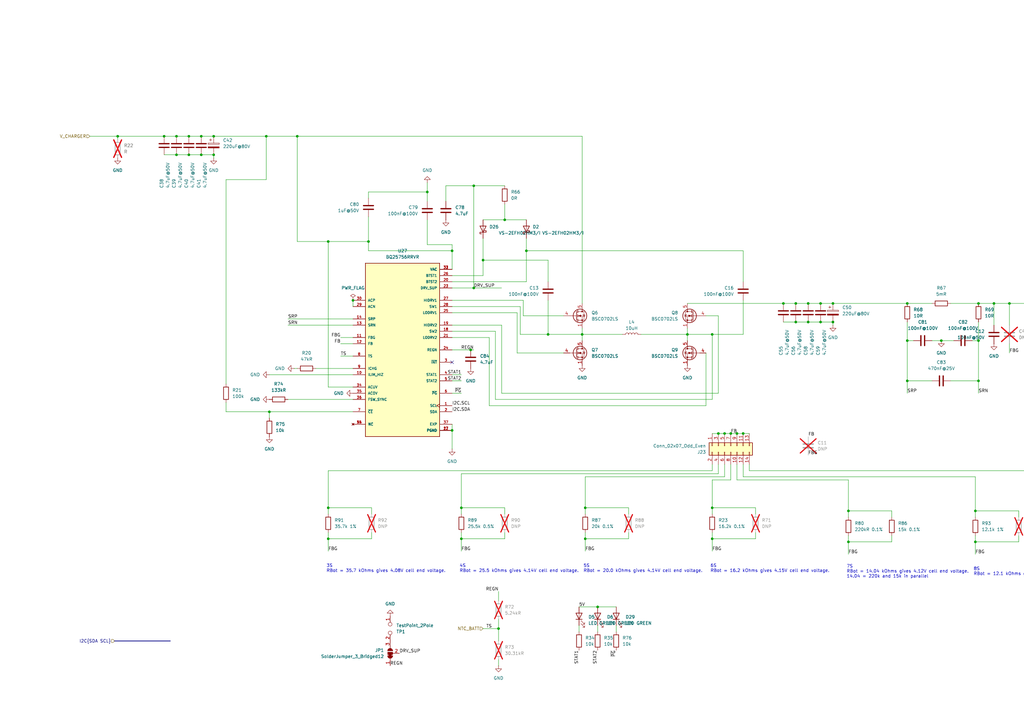
<source format=kicad_sch>
(kicad_sch (version 20231120) (generator "eeschema") (generator_version "8.0")
  (paper "A3")
  (junction (at 78.74 -38.1))
  (junction (at 304.8 177.8))
  (junction (at 336.55 132.08))
  (junction (at 140.97 -33.02))
  (junction (at 445.77 124.46))
  (junction (at 193.04 -27.94))
  (junction (at 326.39 124.46))
  (junction (at 82.55 63.5))
  (junction (at 450.85 124.46))
  (junction (at 294.64 177.8))
  (junction (at 372.11 124.46))
  (junction (at 452.12 209.55))
  (junction (at 207.01 90.17))
  (junction (at 292.1 208.28))
  (junction (at 60.96 -38.1))
  (junction (at 326.39 132.08))
  (junction (at 215.9 102.87))
  (junction (at 193.04 143.51))
  (junction (at 204.47 257.81))
  (junction (at 299.72 177.8))
  (junction (at 121.92 55.88))
  (junction (at 144.78 123.19))
  (junction (at 407.67 124.46))
  (junction (at 194.31 118.11))
  (junction (at 48.26 55.88))
  (junction (at 386.08 139.7))
  (junction (at 440.69 124.46))
  (junction (at 176.53 -27.94))
  (junction (at 109.22 55.88))
  (junction (at 72.39 55.88))
  (junction (at 450.85 132.08))
  (junction (at 189.23 208.28))
  (junction (at 71.12 -30.48))
  (junction (at 292.1 220.98))
  (junction (at 151.13 99.06))
  (junction (at 302.26 177.8))
  (junction (at 110.49 168.91))
  (junction (at 331.47 124.46))
  (junction (at 336.55 124.46))
  (junction (at 87.63 63.5))
  (junction (at 134.62 220.98))
  (junction (at 185.42 102.87))
  (junction (at 77.47 63.5))
  (junction (at 245.11 248.92))
  (junction (at 175.26 78.74))
  (junction (at 185.42 176.53))
  (junction (at 455.93 124.46))
  (junction (at 161.29 -35.56))
  (junction (at 422.91 124.46))
  (junction (at 400.05 222.25))
  (junction (at 401.32 139.7))
  (junction (at 87.63 55.88))
  (junction (at 198.12 106.68))
  (junction (at 347.98 209.55))
  (junction (at 331.47 132.08))
  (junction (at 240.03 208.28))
  (junction (at 77.47 55.88))
  (junction (at 461.01 132.08))
  (junction (at 401.32 124.46))
  (junction (at 347.98 222.25))
  (junction (at 224.79 137.16))
  (junction (at 445.77 132.08))
  (junction (at 466.09 124.46))
  (junction (at 292.1 137.16))
  (junction (at 401.32 156.21))
  (junction (at 452.12 222.25))
  (junction (at 238.76 137.16))
  (junction (at 281.94 137.16))
  (junction (at 297.18 177.8))
  (junction (at 189.23 220.98))
  (junction (at 341.63 132.08))
  (junction (at 240.03 220.98))
  (junction (at 414.02 124.46))
  (junction (at 194.31 76.2))
  (junction (at 82.55 55.88))
  (junction (at 134.62 99.06))
  (junction (at 161.29 -27.94))
  (junction (at 372.11 156.21))
  (junction (at 87.63 -38.1))
  (junction (at 321.31 124.46))
  (junction (at 341.63 124.46))
  (junction (at 400.05 209.55))
  (junction (at 67.31 55.88))
  (junction (at 372.11 139.7))
  (junction (at 134.62 208.28))
  (junction (at 72.39 63.5))
  (junction (at 455.93 132.08))
  (no_connect (at 185.42 148.59))
  (wire (pts (xy 24.13 -19.05) (xy 24.13 -16.51)))
  (wire (pts (xy 127 -44.45) (xy 127 -38.1)))
  (wire (pts (xy 321.31 124.46) (xy 326.39 124.46)))
  (wire (pts (xy 347.98 219.71) (xy 347.98 222.25)))
  (wire (pts (xy 401.32 139.7) (xy 401.32 132.08)))
  (wire (pts (xy 240.03 195.58) (xy 297.18 195.58)))
  (wire (pts (xy 294.64 190.5) (xy 294.64 194.31)))
  (wire (pts (xy 48.26 55.88) (xy 48.26 57.15)))
  (wire (pts (xy 302.26 177.8) (xy 304.8 177.8)))
  (wire (pts (xy 294.64 161.29) (xy 294.64 129.54)))
  (wire (pts (xy 240.03 195.58) (xy 240.03 208.28)))
  (wire (pts (xy 185.42 161.29) (xy 189.23 161.29)))
  (wire (pts (xy 48.26 55.88) (xy 67.31 55.88)))
  (wire (pts (xy 347.98 222.25) (xy 347.98 227.33)))
  (wire (pts (xy 198.12 90.17) (xy 207.01 90.17)))
  (wire (pts (xy 292.1 163.83) (xy 292.1 137.16)))
  (wire (pts (xy 53.34 -13.97) (xy 66.04 -13.97)))
  (wire (pts (xy 445.77 132.08) (xy 450.85 132.08)))
  (wire (pts (xy 389.89 156.21) (xy 401.32 156.21)))
  (wire (pts (xy 120.65 151.13) (xy 121.92 151.13)))
  (wire (pts (xy 365.76 209.55) (xy 347.98 209.55)))
  (wire (pts (xy 289.56 144.78) (xy 289.56 166.37)))
  (wire (pts (xy 304.8 190.5) (xy 304.8 195.58)))
  (wire (pts (xy 331.47 124.46) (xy 336.55 124.46)))
  (wire (pts (xy 200.66 138.43) (xy 185.42 138.43)))
  (wire (pts (xy 140.97 -33.02) (xy 140.97 -24.13)))
  (wire (pts (xy 60.96 -38.1) (xy 78.74 -38.1)))
  (wire (pts (xy 204.47 257.81) (xy 204.47 262.89)))
  (wire (pts (xy 87.63 -38.1) (xy 101.6 -38.1)))
  (wire (pts (xy 292.1 137.16) (xy 281.94 137.16)))
  (wire (pts (xy 417.83 219.71) (xy 417.83 222.25)))
  (wire (pts (xy 92.71 168.91) (xy 110.49 168.91)))
  (wire (pts (xy 414.02 124.46) (xy 414.02 133.35)))
  (wire (pts (xy 165.1 -41.91) (xy 170.18 -41.91)))
  (wire (pts (xy 176.53 -27.94) (xy 193.04 -27.94)))
  (wire (pts (xy 139.7 146.05) (xy 144.78 146.05)))
  (wire (pts (xy 92.71 73.66) (xy 109.22 73.66)))
  (wire (pts (xy 417.83 209.55) (xy 400.05 209.55)))
  (wire (pts (xy 36.83 55.88) (xy 48.26 55.88)))
  (wire (pts (xy 400.05 222.25) (xy 400.05 227.33)))
  (wire (pts (xy 81.28 -13.97) (xy 73.66 -13.97)))
  (wire (pts (xy 461.01 132.08) (xy 466.09 132.08)))
  (wire (pts (xy 110.49 153.67) (xy 144.78 153.67)))
  (wire (pts (xy 134.62 99.06) (xy 151.13 99.06)))
  (wire (pts (xy 185.42 123.19) (xy 214.63 123.19)))
  (bus (pts (xy 46.99 262.89) (xy 69.85 262.89)))
  (wire (pts (xy 151.13 78.74) (xy 175.26 78.74)))
  (wire (pts (xy 400.05 219.71) (xy 400.05 222.25)))
  (wire (pts (xy 304.8 115.57) (xy 304.8 102.87)))
  (wire (pts (xy 152.4 210.82) (xy 152.4 208.28)))
  (wire (pts (xy 422.91 133.35) (xy 422.91 138.43)))
  (wire (pts (xy 238.76 137.16) (xy 238.76 139.7)))
  (wire (pts (xy 121.92 99.06) (xy 134.62 99.06)))
  (wire (pts (xy 134.62 193.04) (xy 134.62 208.28)))
  (wire (pts (xy 237.49 256.54) (xy 237.49 259.08)))
  (wire (pts (xy 469.9 209.55) (xy 452.12 209.55)))
  (wire (pts (xy 382.27 156.21) (xy 372.11 156.21)))
  (wire (pts (xy 224.79 106.68) (xy 198.12 106.68)))
  (wire (pts (xy 140.97 -16.51) (xy 140.97 -12.7)))
  (wire (pts (xy 452.12 209.55) (xy 452.12 212.09)))
  (wire (pts (xy 309.88 218.44) (xy 309.88 220.98)))
  (wire (pts (xy 212.09 128.27) (xy 212.09 144.78)))
  (wire (pts (xy 262.89 137.16) (xy 281.94 137.16)))
  (wire (pts (xy 204.47 242.57) (xy 204.47 246.38)))
  (wire (pts (xy 294.64 177.8) (xy 297.18 177.8)))
  (wire (pts (xy 347.98 196.85) (xy 347.98 209.55)))
  (wire (pts (xy 224.79 137.16) (xy 238.76 137.16)))
  (wire (pts (xy 372.11 156.21) (xy 372.11 139.7)))
  (wire (pts (xy 185.42 125.73) (xy 213.36 125.73)))
  (wire (pts (xy 152.4 208.28) (xy 134.62 208.28)))
  (wire (pts (xy 185.42 156.21) (xy 189.23 156.21)))
  (wire (pts (xy 212.09 144.78) (xy 231.14 144.78)))
  (wire (pts (xy 304.8 102.87) (xy 215.9 102.87)))
  (wire (pts (xy 118.11 133.35) (xy 144.78 133.35)))
  (wire (pts (xy 185.42 153.67) (xy 189.23 153.67)))
  (wire (pts (xy 92.71 165.1) (xy 92.71 168.91)))
  (wire (pts (xy 198.12 257.81) (xy 204.47 257.81)))
  (wire (pts (xy 469.9 212.09) (xy 469.9 209.55)))
  (wire (pts (xy 365.76 212.09) (xy 365.76 209.55)))
  (wire (pts (xy 110.49 168.91) (xy 144.78 168.91)))
  (wire (pts (xy 389.89 124.46) (xy 401.32 124.46)))
  (wire (pts (xy 440.69 132.08) (xy 445.77 132.08)))
  (wire (pts (xy 309.88 208.28) (xy 292.1 208.28)))
  (wire (pts (xy 309.88 210.82) (xy 309.88 208.28)))
  (wire (pts (xy 347.98 209.55) (xy 347.98 212.09)))
  (wire (pts (xy 177.8 -41.91) (xy 180.34 -41.91)))
  (wire (pts (xy 151.13 102.87) (xy 185.42 102.87)))
  (wire (pts (xy 176.53 -35.56) (xy 176.53 -27.94)))
  (wire (pts (xy 292.1 177.8) (xy 294.64 177.8)))
  (wire (pts (xy 134.62 208.28) (xy 134.62 210.82)))
  (wire (pts (xy 77.47 63.5) (xy 82.55 63.5)))
  (wire (pts (xy 140.97 -33.02) (xy 140.97 -44.45)))
  (wire (pts (xy 213.36 125.73) (xy 213.36 137.16)))
  (wire (pts (xy 185.42 110.49) (xy 185.42 102.87)))
  (wire (pts (xy 204.47 273.05) (xy 204.47 270.51)))
  (wire (pts (xy 213.36 137.16) (xy 224.79 137.16)))
  (wire (pts (xy 152.4 220.98) (xy 134.62 220.98)))
  (wire (pts (xy 307.34 193.04) (xy 452.12 193.04)))
  (wire (pts (xy 182.88 76.2) (xy 194.31 76.2)))
  (wire (pts (xy 401.32 124.46) (xy 407.67 124.46)))
  (wire (pts (xy 245.11 256.54) (xy 245.11 259.08)))
  (wire (pts (xy 144.78 158.75) (xy 134.62 158.75)))
  (wire (pts (xy 455.93 124.46) (xy 466.09 124.46)))
  (wire (pts (xy 257.81 218.44) (xy 257.81 220.98)))
  (wire (pts (xy 78.74 -38.1) (xy 87.63 -38.1)))
  (wire (pts (xy 134.62 193.04) (xy 292.1 193.04)))
  (wire (pts (xy 151.13 88.9) (xy 151.13 99.06)))
  (wire (pts (xy 194.31 118.11) (xy 205.74 118.11)))
  (wire (pts (xy 185.42 135.89) (xy 203.2 135.89)))
  (wire (pts (xy 281.94 124.46) (xy 321.31 124.46)))
  (wire (pts (xy 257.81 210.82) (xy 257.81 208.28)))
  (wire (pts (xy 365.76 222.25) (xy 347.98 222.25)))
  (wire (pts (xy 175.26 78.74) (xy 175.26 82.55)))
  (wire (pts (xy 185.42 176.53) (xy 185.42 184.15)))
  (wire (pts (xy 207.01 83.82) (xy 207.01 90.17)))
  (wire (pts (xy 198.12 113.03) (xy 185.42 113.03)))
  (wire (pts (xy 185.42 102.87) (xy 185.42 100.33)))
  (wire (pts (xy 336.55 132.08) (xy 341.63 132.08)))
  (wire (pts (xy 304.8 195.58) (xy 400.05 195.58)))
  (wire (pts (xy 207.01 218.44) (xy 207.01 220.98)))
  (wire (pts (xy 193.04 -27.94) (xy 196.85 -27.94)))
  (wire (pts (xy 309.88 220.98) (xy 292.1 220.98)))
  (wire (pts (xy 182.88 82.55) (xy 182.88 76.2)))
  (wire (pts (xy 121.92 55.88) (xy 121.92 99.06)))
  (wire (pts (xy 87.63 55.88) (xy 109.22 55.88)))
  (wire (pts (xy 292.1 193.04) (xy 292.1 190.5)))
  (wire (pts (xy 237.49 248.92) (xy 245.11 248.92)))
  (wire (pts (xy 189.23 194.31) (xy 189.23 208.28)))
  (wire (pts (xy 161.29 -35.56) (xy 176.53 -35.56)))
  (wire (pts (xy 109.22 73.66) (xy 109.22 55.88)))
  (wire (pts (xy 304.8 177.8) (xy 307.34 177.8)))
  (wire (pts (xy 134.62 220.98) (xy 134.62 226.06)))
  (wire (pts (xy 144.78 123.19) (xy 144.78 125.73)))
  (wire (pts (xy 257.81 208.28) (xy 240.03 208.28)))
  (wire (pts (xy 194.31 118.11) (xy 194.31 76.2)))
  (wire (pts (xy 198.12 106.68) (xy 198.12 113.03)))
  (wire (pts (xy 72.39 55.88) (xy 77.47 55.88)))
  (wire (pts (xy 289.56 166.37) (xy 200.66 166.37)))
  (wire (pts (xy 198.12 97.79) (xy 198.12 106.68)))
  (wire (pts (xy 92.71 157.48) (xy 92.71 73.66)))
  (wire (pts (xy 189.23 208.28) (xy 189.23 210.82)))
  (wire (pts (xy 331.47 132.08) (xy 336.55 132.08)))
  (wire (pts (xy 139.7 138.43) (xy 144.78 138.43)))
  (wire (pts (xy 152.4 218.44) (xy 152.4 220.98)))
  (wire (pts (xy 127 -33.02) (xy 140.97 -33.02)))
  (wire (pts (xy 326.39 132.08) (xy 331.47 132.08)))
  (wire (pts (xy 189.23 218.44) (xy 189.23 220.98)))
  (wire (pts (xy 292.1 220.98) (xy 292.1 226.06)))
  (wire (pts (xy 372.11 124.46) (xy 382.27 124.46)))
  (wire (pts (xy 77.47 55.88) (xy 82.55 55.88)))
  (wire (pts (xy 302.26 190.5) (xy 302.26 196.85)))
  (wire (pts (xy 417.83 212.09) (xy 417.83 209.55)))
  (wire (pts (xy 336.55 124.46) (xy 341.63 124.46)))
  (wire (pts (xy 71.12 -30.48) (xy 78.74 -30.48)))
  (wire (pts (xy 414.02 124.46) (xy 422.91 124.46)))
  (wire (pts (xy 67.31 55.88) (xy 72.39 55.88)))
  (wire (pts (xy 207.01 210.82) (xy 207.01 208.28)))
  (wire (pts (xy 252.73 256.54) (xy 252.73 259.08)))
  (wire (pts (xy 401.32 156.21) (xy 401.32 161.29)))
  (wire (pts (xy 97.79 -33.02) (xy 97.79 -30.48)))
  (wire (pts (xy 400.05 195.58) (xy 400.05 209.55)))
  (wire (pts (xy 450.85 132.08) (xy 455.93 132.08)))
  (wire (pts (xy 281.94 134.62) (xy 281.94 137.16)))
  (wire (pts (xy 214.63 129.54) (xy 231.14 129.54)))
  (wire (pts (xy 299.72 190.5) (xy 299.72 196.85)))
  (wire (pts (xy 452.12 193.04) (xy 452.12 209.55)))
  (wire (pts (xy 341.63 132.08) (xy 341.63 133.35)))
  (wire (pts (xy 175.26 100.33) (xy 175.26 90.17)))
  (wire (pts (xy 292.1 196.85) (xy 299.72 196.85)))
  (wire (pts (xy 134.62 158.75) (xy 134.62 99.06)))
  (wire (pts (xy 281.94 137.16) (xy 281.94 139.7)))
  (wire (pts (xy 185.42 100.33) (xy 175.26 100.33)))
  (wire (pts (xy 398.78 139.7) (xy 401.32 139.7)))
  (wire (pts (xy 149.86 -35.56) (xy 149.86 -33.02)))
  (wire (pts (xy 193.04 143.51) (xy 194.31 143.51)))
  (wire (pts (xy 466.09 124.46) (xy 478.79 124.46)))
  (wire (pts (xy 224.79 123.19) (xy 224.79 137.16)))
  (wire (pts (xy 149.86 -33.02) (xy 140.97 -33.02)))
  (wire (pts (xy 215.9 102.87) (xy 215.9 97.79)))
  (wire (pts (xy 24.13 -31.75) (xy 24.13 -26.67)))
  (wire (pts (xy 67.31 63.5) (xy 72.39 63.5)))
  (wire (pts (xy 238.76 124.46) (xy 238.76 55.88)))
  (wire (pts (xy 48.26 -38.1) (xy 60.96 -38.1)))
  (wire (pts (xy 297.18 177.8) (xy 299.72 177.8)))
  (wire (pts (xy 207.01 220.98) (xy 189.23 220.98)))
  (wire (pts (xy 445.77 124.46) (xy 450.85 124.46)))
  (wire (pts (xy 185.42 173.99) (xy 185.42 176.53)))
  (wire (pts (xy 469.9 222.25) (xy 452.12 222.25)))
  (wire (pts (xy 185.42 133.35) (xy 205.74 133.35)))
  (wire (pts (xy 207.01 208.28) (xy 189.23 208.28)))
  (wire (pts (xy 224.79 115.57) (xy 224.79 106.68)))
  (wire (pts (xy 240.03 218.44) (xy 240.03 220.98)))
  (wire (pts (xy 205.74 133.35) (xy 205.74 161.29)))
  (wire (pts (xy 326.39 124.46) (xy 331.47 124.46)))
  (wire (pts (xy 185.42 115.57) (xy 215.9 115.57)))
  (wire (pts (xy 400.05 209.55) (xy 400.05 212.09)))
  (wire (pts (xy 245.11 248.92) (xy 252.73 248.92)))
  (wire (pts (xy 292.1 196.85) (xy 292.1 208.28)))
  (wire (pts (xy 82.55 63.5) (xy 87.63 63.5)))
  (wire (pts (xy 304.8 137.16) (xy 292.1 137.16)))
  (wire (pts (xy 109.22 55.88) (xy 121.92 55.88)))
  (wire (pts (xy 151.13 99.06) (xy 151.13 102.87)))
  (wire (pts (xy 238.76 137.16) (xy 255.27 137.16)))
  (wire (pts (xy 238.76 134.62) (xy 238.76 137.16)))
  (wire (pts (xy 214.63 123.19) (xy 214.63 129.54)))
  (wire (pts (xy 134.62 218.44) (xy 134.62 220.98)))
  (wire (pts (xy 297.18 190.5) (xy 297.18 195.58)))
  (wire (pts (xy 455.93 132.08) (xy 461.01 132.08)))
  (wire (pts (xy 185.42 118.11) (xy 194.31 118.11)))
  (wire (pts (xy 60.96 -30.48) (xy 71.12 -30.48)))
  (wire (pts (xy 452.12 219.71) (xy 452.12 222.25)))
  (wire (pts (xy 450.85 124.46) (xy 455.93 124.46)))
  (wire (pts (xy 82.55 55.88) (xy 87.63 55.88)))
  (wire (pts (xy 292.1 218.44) (xy 292.1 220.98)))
  (wire (pts (xy 149.86 -35.56) (xy 152.4 -35.56)))
  (wire (pts (xy 422.91 125.73) (xy 422.91 124.46)))
  (wire (pts (xy 121.92 55.88) (xy 238.76 55.88)))
  (wire (pts (xy 97.79 -30.48) (xy 87.63 -30.48)))
  (wire (pts (xy 175.26 74.93) (xy 175.26 78.74)))
  (wire (pts (xy 321.31 132.08) (xy 326.39 132.08)))
  (wire (pts (xy 118.11 163.83) (xy 144.78 163.83)))
  (wire (pts (xy 215.9 115.57) (xy 215.9 102.87)))
  (wire (pts (xy 185.42 128.27) (xy 212.09 128.27)))
  (wire (pts (xy 204.47 254) (xy 204.47 257.81)))
  (wire (pts (xy 203.2 135.89) (xy 203.2 163.83)))
  (wire (pts (xy 302.26 196.85) (xy 347.98 196.85)))
  (wire (pts (xy 240.03 208.28) (xy 240.03 210.82)))
  (wire (pts (xy 207.01 90.17) (xy 215.9 90.17)))
  (wire (pts (xy 203.2 163.83) (xy 292.1 163.83)))
  (wire (pts (xy 205.74 161.29) (xy 294.64 161.29)))
  (wire (pts (xy 110.49 168.91) (xy 110.49 171.45)))
  (wire (pts (xy 422.91 124.46) (xy 440.69 124.46)))
  (wire (pts (xy 307.34 190.5) (xy 307.34 193.04)))
  (wire (pts (xy 129.54 151.13) (xy 144.78 151.13)))
  (wire (pts (xy 299.72 177.8) (xy 302.26 177.8)))
  (wire (pts (xy 386.08 139.7) (xy 382.27 139.7)))
  (wire (pts (xy 118.11 130.81) (xy 144.78 130.81)))
  (wire (pts (xy 139.7 140.97) (xy 144.78 140.97)))
  (wire (pts (xy 365.76 219.71) (xy 365.76 222.25)))
  (wire (pts (xy 185.42 143.51) (xy 193.04 143.51)))
  (wire (pts (xy 401.32 156.21) (xy 401.32 139.7)))
  (wire (pts (xy 189.23 220.98) (xy 189.23 226.06)))
  (wire (pts (xy 160.02 -35.56) (xy 161.29 -35.56)))
  (wire (pts (xy 294.64 129.54) (xy 289.56 129.54)))
  (wire (pts (xy 461.01 132.08) (xy 461.01 133.35)))
  (wire (pts (xy 240.03 220.98) (xy 240.03 226.06)))
  (wire (pts (xy 257.81 220.98) (xy 240.03 220.98)))
  (wire (pts (xy 194.31 76.2) (xy 207.01 76.2)))
  (wire (pts (xy 72.39 63.5) (xy 77.47 63.5)))
  (wire (pts (xy 200.66 166.37) (xy 200.66 138.43)))
  (wire (pts (xy 341.63 124.46) (xy 372.11 124.46)))
  (wire (pts (xy 133.35 -44.45) (xy 127 -44.45)))
  (wire (pts (xy 407.67 124.46) (xy 414.02 124.46)))
  (wire (pts (xy 469.9 219.71) (xy 469.9 222.25)))
  (wire (pts (xy 292.1 208.28) (xy 292.1 210.82)))
  (wire (pts (xy 414.02 140.97) (xy 414.02 144.78)))
  (wire (pts (xy 452.12 222.25) (xy 452.12 227.33)))
  (wire (pts (xy 374.65 139.7) (xy 372.11 139.7)))
  (wire (pts (xy 294.64 194.31) (xy 189.23 194.31)))
  (wire (pts (xy 417.83 222.25) (xy 400.05 222.25)))
  (wire (pts (xy 304.8 123.19) (xy 304.8 137.16)))
  (wire (pts (xy 151.13 81.28) (xy 151.13 78.74)))
  (wire (pts (xy 391.16 139.7) (xy 386.08 139.7)))
  (wire (pts (xy 407.67 124.46) (xy 407.67 133.35)))
  (wire (pts (xy 440.69 124.46) (xy 445.77 124.46)))
  (wire (pts (xy 372.11 156.21) (xy 372.11 161.29)))
  (wire (pts (xy 101.6 -33.02) (xy 97.79 -33.02)))
  (wire (pts (xy 87.63 63.5) (xy 87.63 64.77)))
  (wire (pts (xy 372.11 139.7) (xy 372.11 132.08)))
  (wire (pts (xy 127 -27.94) (xy 161.29 -27.94)))
  (rectangle (start 43.18 -57.15) (end 209.55 -2.54))
  (text "3S\nRBot = 35.7 kOhms gives 4.08V cell end voltage." (at 133.858 233.172 0) (effects (font (size 1.27 1.27)) (justify left)))
  (text "6S\nRBot = 16.2 kOhms gives 4.15V cell end voltage." (at 291.338 233.172 0) (effects (font (size 1.27 1.27)) (justify left)))
  (text "Diode can be removed, when DCDC is not in the design" (at 71.374 -4.572 0) (effects (font (size 1.27 1.27))))
  (text "4S\nRBot = 25.5 kOhms gives 4.14V cell end voltage." (at 188.468 233.172 0) (effects (font (size 1.27 1.27)) (justify left)))
  (text "Custom" (at 451.358 234.442 0) (effects (font (size 1.27 1.27)) (justify left)))
  (text "Generates 5V on the sub-PCB.\n\nThis is only necessary when splitting the PCB \nand using it in stand-alone operation.\n\nIf you design an integrated solution, use the 5V from the \nmain DCDC instead to save on cost and solution size." (at 44.196 -48.768 0) (effects (font (size 1.27 1.27)) (justify left)))
  (text "7S\nRBot = 14.04 kOhms gives 4.12V cell end voltage.\n14.04 = 220k and 15k in parallel" (at 347.218 234.442 0) (effects (font (size 1.27 1.27)) (justify left)))
  (text "5S\nRBot = 20.0 kOhms gives 4.14V cell end voltage." (at 239.268 233.172 0) (effects (font (size 1.27 1.27)) (justify left)))
  (text "8S\nRBot = 12.1 kOhms gives 4.15V cell end voltage.\n" (at 399.288 234.442 0) (effects (font (size 1.27 1.27)) (justify left)))
  (label "FB" (at 299.72 177.8 0))
  (label "FBG" (at 331.47 186.69 0))
  (label "TS" (at 139.7 146.05 0))
  (label "REGN" (at 160.02 273.05 0))
  (label "SRP" (at 118.11 130.81 0))
  (label "STAT1" (at 189.23 153.67 180))
  (label "REGN" (at 194.31 143.51 180))
  (label "FBG" (at 189.23 226.06 0))
  (label "FB" (at 139.7 140.97 180))
  (label "FBG" (at 452.12 227.33 0))
  (label "SRP" (at 372.11 161.29 0))
  (label "DRV_SUP" (at 194.31 118.11 0))
  (label "TS" (at 199.39 257.81 0))
  (label "5V" (at 237.49 248.92 0))
  (label "FBG" (at 134.62 226.06 0))
  (label "FBG" (at 292.1 226.06 0))
  (label "I2C.SDA" (at 185.42 168.91 0))
  (label "SRN" (at 118.11 133.35 0))
  (label "STAT2" (at 189.23 156.21 180))
  (label "5V_Main" (at 24.13 -31.75 0))
  (label "~{PG}" (at 252.73 266.7 270))
  (label "STAT2" (at 245.11 266.7 270))
  (label "5V" (at 81.28 -13.97 180))
  (label "FB" (at 331.47 179.07 0))
  (label "~{PG}" (at 189.23 161.29 180))
  (label "FB" (at 422.91 138.43 0))
  (label "STAT1" (at 237.49 266.7 270))
  (label "5V_Main" (at 57.15 -13.97 0))
  (label "FBG" (at 347.98 227.33 0))
  (label "FBG" (at 400.05 227.33 0))
  (label "5V" (at 196.85 -27.94 0))
  (label "VBATT" (at 48.26 -38.1 0))
  (label "I2C.SCL" (at 185.42 166.37 0))
  (label "DRV_SUP" (at 163.83 267.97 0))
  (label "FBG" (at 414.02 144.78 0))
  (label "REGN" (at 204.47 242.57 180))
  (label "FBG" (at 139.7 138.43 180))
  (label "5V" (at 165.1 -41.91 90))
  (label "FBG" (at 240.03 226.06 0))
  (label "SRN" (at 401.32 161.29 0))
  (hierarchical_label "V_BATT_CHARGE" (shape output) (at 478.79 124.46 0))
  (hierarchical_label "5V_Main" (shape input) (at 53.34 -13.97 180))
  (hierarchical_label "NTC_BATT" (shape input) (at 198.12 257.81 180))
  (hierarchical_label "I2C{SDA SCL}" (shape input) (at 46.99 262.89 180))
  (hierarchical_label "V_CHARGER" (shape input) (at 36.83 55.88 180))
  (symbol (lib_id "local_CHARGER:BQ25756RRVR") (at 165.1 143.51 0) (unit 1)
    (property "Reference" "U27" (at 165.1 102.87 0))
    (property "Value" "BQ25756RRVR" (at 165.1 105.41 0))
    (property "Footprint" "local_CHARGER:BQ25756RRVR" (effects (hide yes)))
    (property "Datasheet" "https://www.ti.com/lit/ds/symlink/bq25756.pdf" (effects (hide yes)))
    (property "MF" "Texas Instruments" (effects (hide yes)))
    (property "MAXIMUM_PACKAGE_HEIGHT" "1.00mm" (effects (hide yes)))
    (property "Package" "VFQFN-36 Texas Instruments" (effects (hide yes)))
    (property "Price" "None" (effects (hide yes)))
    (property "Check_prices" "https://www.snapeda.com/parts/BQ25756RRVR/Texas+Instruments/view-part/?ref=eda" (effects (hide yes)))
    (property "STANDARD" "Manufacturer Recommendations" (effects (hide yes)))
    (property "PARTREV" "August 2023" (effects (hide yes)))
    (property "SnapEDA_Link" "https://www.snapeda.com/parts/BQ25756RRVR/Texas+Instruments/view-part/?ref=snap" (effects (hide yes)))
    (property "MP" "BQ25756RRVR" (effects (hide yes)))
    (property "Purchase-URL" "https://www.snapeda.com/api/url_track_click_mouser/?unipart_id=14913022&manufacturer=Texas Instruments&part_name=BQ25756RRVR&search_term=bq25756rrvr" (effects (hide yes)))
    (property "Description_1" "\nStand-alone or I&sup2;C-controlled 70-V bidirectional buck-boost charge controller with MPPT\n" (effects (hide yes)))
    (property "Availability" "In Stock" (effects (hide yes)))
    (property "MANUFACTURER" "Texas Instruments" (effects (hide yes)))
    (property "JLC" "C19272232" (effects (hide yes)))
  )
  (symbol (lib_id "Diode:SS14") (at 69.85 -13.97 180) (unit 1)
    (property "Reference" "D34" (at 70.1675 -7.62 0))
    (property "Value" "SS14" (at 70.1675 -10.16 0))
    (property "Footprint" "Diode_SMD:D_SMA" (effects (hide yes)))
    (property "Datasheet" "https://www.vishay.com/docs/88746/ss12.pdf" (effects (hide yes)))
    (property "Description" "40V 1A Schottky Diode, SMA" (effects (hide yes)))
  )
  (symbol (lib_id "Regulator_Switching:LV2862XDDC") (at 114.3 -33.02 0) (unit 1)
    (property "Reference" "U2" (at 114.3 -45.72 0))
    (property "Value" "LV2862XDDC" (at 114.3 -43.18 0))
    (property "Footprint" "Package_TO_SOT_SMD:SOT-23-6" (effects (hide yes)))
    (property "Datasheet" "https://www.ti.com/lit/ds/symlink/lv2862.pdf" (effects (hide yes)))
    (property "Description" "60V, 0.6A, stepdown, DC/DC converter, 770kHz" (effects (hide yes)))
  )
  (symbol (lib_id "Device:R") (at 161.29 -31.75 0) (unit 1)
    (property "Reference" "R4" (at 163.83 -33.0201 0) (effects (justify left)))
    (property "Value" "120k" (at 163.83 -30.4801 0) (effects (justify left)))
    (property "Footprint" "Resistor_SMD:R_0603_1608Metric" (effects (hide yes)))
    (property "Description" "Resistor" (effects (hide yes)))
    (property "JLC" "C25808" (effects (hide yes)))
  )
  (symbol (lib_id "Device:C") (at 224.79 119.38 0) (mirror x) (unit 1)
    (property "Reference" "C13" (at 220.98 118.1099 0) (effects (justify right)))
    (property "Value" "100nF@100V" (at 220.98 120.6499 0) (effects (justify right)))
    (property "Footprint" "Capacitor_SMD:C_0805_2012Metric" (effects (hide yes)))
    (property "Description" "Unpolarized capacitor" (effects (hide yes)))
    (property "JLC" "C28233" (effects (hide yes)))
  )
  (symbol (lib_id "Device:C") (at 378.46 139.7 270) (mirror x) (unit 1)
    (property "Reference" "C81" (at 378.46 132.08 90))
    (property "Value" "100nF@100V" (at 378.46 134.62 90))
    (property "Footprint" "Capacitor_SMD:C_0805_2012Metric" (effects (hide yes)))
    (property "Description" "Unpolarized capacitor" (effects (hide yes)))
    (property "JLC" "C28233" (effects (hide yes)))
  )
  (symbol (lib_id "power:GND") (at 140.97 -12.7 0) (unit 1)
    (property "Reference" "#PWR018" (effects (hide yes)))
    (property "Value" "GND" (at 140.97 -7.62 0))
    (property "Description" "Power symbol creates a global label with name \"GND\" , ground" (effects (hide yes)))
  )
  (symbol (lib_id "Device:C") (at 386.08 156.21 90) (unit 1)
    (property "Reference" "C83" (at 386.08 148.59 90))
    (property "Value" "470nF@25V" (at 386.08 151.13 90))
    (property "Footprint" "Capacitor_SMD:C_0603_1608Metric" (effects (hide yes)))
    (property "Description" "Unpolarized capacitor" (effects (hide yes)))
    (property "JLC" "C1623" (effects (hide yes)))
  )
  (symbol (lib_id "Device:C") (at 445.77 128.27 0) (unit 1)
    (property "Reference" "C44" (at 444.754 145.796 90) (effects (justify left)))
    (property "Value" "4.7uF@50V" (at 447.294 145.796 90) (effects (justify left)))
    (property "Footprint" "Capacitor_SMD:C_1206_3216Metric" (effects (hide yes)))
    (property "Description" "Unpolarized capacitor" (effects (hide yes)))
    (property "JLC" "C29823" (effects (hide yes)))
  )
  (symbol (lib_id "Device:C") (at 394.97 139.7 270) (mirror x) (unit 1)
    (property "Reference" "C82" (at 394.97 132.08 90))
    (property "Value" "100nF@100V" (at 394.97 134.62 90))
    (property "Footprint" "Capacitor_SMD:C_0805_2012Metric" (effects (hide yes)))
    (property "Description" "Unpolarized capacitor" (effects (hide yes)))
    (property "JLC" "C28233" (effects (hide yes)))
  )
  (symbol (lib_id "Device:LED") (at 245.11 252.73 90) (unit 1)
    (property "Reference" "D6" (at 248.92 253.0474 90) (effects (justify right)))
    (property "Value" "LED GREEN" (at 248.92 255.5874 90) (effects (justify right)))
    (property "Footprint" "LED_SMD:LED_0805_2012Metric" (effects (hide yes)))
    (property "Description" "Light emitting diode" (effects (hide yes)))
    (property "JLC" "C2297" (effects (hide yes)))
  )
  (symbol (lib_id "Device:LED") (at 252.73 252.73 90) (unit 1)
    (property "Reference" "D29" (at 256.54 253.0474 90) (effects (justify right)))
    (property "Value" "LED GREEN" (at 256.54 255.5874 90) (effects (justify right)))
    (property "Footprint" "LED_SMD:LED_0805_2012Metric" (effects (hide yes)))
    (property "Description" "Light emitting diode" (effects (hide yes)))
    (property "JLC" "C2297" (effects (hide yes)))
  )
  (symbol (lib_id "Device:C_Polarized") (at 341.63 128.27 0) (unit 1)
    (property "Reference" "C50" (at 345.44 126.1109 0) (effects (justify left)))
    (property "Value" "220uF@80V" (at 345.44 128.6509 0) (effects (justify left)))
    (property "Footprint" "Capacitor_THT:CP_Radial_D10.0mm_P5.00mm" (effects (hide yes)))
    (property "Description" "Polarized capacitor" (effects (hide yes)))
    (property "JLC" "C106516" (effects (hide yes)))
  )
  (symbol (lib_id "Device:C") (at 78.74 -34.29 0) (unit 1)
    (property "Reference" "C6" (at 82.55 -35.5601 0) (effects (justify left)))
    (property "Value" "100nF@50V" (at 82.55 -33.0201 0) (effects (justify left)))
    (property "Footprint" "Capacitor_SMD:C_0402_1005Metric" (effects (hide yes)))
    (property "Description" "Unpolarized capacitor" (effects (hide yes)))
    (property "JLC" "C307331" (effects (hide yes)))
  )
  (symbol (lib_id "power:GND") (at 71.12 -30.48 0) (unit 1)
    (property "Reference" "#PWR04" (effects (hide yes)))
    (property "Value" "GND" (at 71.12 -25.4 0))
    (property "Description" "Power symbol creates a global label with name \"GND\" , ground" (effects (hide yes)))
  )
  (symbol (lib_id "power:GND") (at 176.53 -20.32 0) (unit 1)
    (property "Reference" "#PWR071" (effects (hide yes)))
    (property "Value" "GND" (at 176.53 -15.24 0))
    (property "Description" "Power symbol creates a global label with name \"GND\" , ground" (effects (hide yes)))
  )
  (symbol (lib_id "Device:R") (at 365.76 215.9 0) (unit 1)
    (property "Reference" "R86" (at 368.3 214.6299 0) (effects (justify left)))
    (property "Value" "15k 0.1%" (at 368.3 217.1699 0) (effects (justify left)))
    (property "Footprint" "Resistor_SMD:R_0603_1608Metric" (effects (hide yes)))
    (property "Description" "Resistor" (effects (hide yes)))
    (property "JLC" "C2692707" (effects (hide yes)))
  )
  (symbol (lib_id "power:GND") (at 110.49 163.83 270) (unit 1)
    (property "Reference" "#PWR09" (effects (hide yes)))
    (property "Value" "GND" (at 106.68 163.8299 90) (effects (justify right)))
    (property "Description" "Power symbol creates a global label with name \"GND\" , ground" (effects (hide yes)))
  )
  (symbol (lib_id "Device:R") (at 161.29 -24.13 0) (unit 1)
    (property "Reference" "R81" (at 163.83 -25.4001 0) (effects (justify left)))
    (property "Value" "22k" (at 163.83 -22.8601 0) (effects (justify left)))
    (property "Footprint" "Resistor_SMD:R_0603_1608Metric" (effects (hide yes)))
    (property "Description" "Resistor" (effects (hide yes)))
    (property "JLC" "C31850" (effects (hide yes)))
  )
  (symbol (lib_id "power:GND") (at 204.47 273.05 0) (unit 1)
    (property "Reference" "#PWR0150" (effects (hide yes)))
    (property "Value" "GND" (at 204.47 278.13 0))
    (property "Description" "Power symbol creates a global label with name \"GND\" , ground" (effects (hide yes)))
  )
  (symbol (lib_id "Device:R") (at 252.73 262.89 0) (unit 1)
    (property "Reference" "R76" (at 255.27 261.6199 0) (effects (justify left)))
    (property "Value" "10k" (at 255.27 264.1599 0) (effects (justify left)))
    (property "Footprint" "Resistor_SMD:R_0402_1005Metric" (effects (hide yes)))
    (property "Description" "Resistor" (effects (hide yes)))
    (property "JLC" "C25744" (effects (hide yes)))
  )
  (symbol (lib_id "Device:C") (at 176.53 -24.13 0) (unit 1)
    (property "Reference" "C8" (at 180.34 -25.4001 0) (effects (justify left)))
    (property "Value" "22uF/25V" (at 180.34 -22.8601 0) (effects (justify left)))
    (property "Footprint" "Capacitor_SMD:C_0805_2012Metric" (effects (hide yes)))
    (property "Description" "Unpolarized capacitor" (effects (hide yes)))
    (property "JLC" "C45783" (effects (hide yes)))
  )
  (symbol (lib_id "power:GND") (at 110.49 179.07 0) (unit 1)
    (property "Reference" "#PWR011" (effects (hide yes)))
    (property "Value" "GND" (at 110.49 184.15 0))
    (property "Description" "Power symbol creates a global label with name \"GND\" , ground" (effects (hide yes)))
  )
  (symbol (lib_id "Device:LED") (at 237.49 252.73 90) (unit 1)
    (property "Reference" "D5" (at 241.3 253.0474 90) (effects (justify right)))
    (property "Value" "LED GREEN" (at 241.3 255.5874 90) (effects (justify right)))
    (property "Footprint" "LED_SMD:LED_0805_2012Metric" (effects (hide yes)))
    (property "Description" "Light emitting diode" (effects (hide yes)))
    (property "JLC" "C2297" (effects (hide yes)))
  )
  (symbol (lib_id "power:GND") (at 182.88 90.17 0) (unit 1)
    (property "Reference" "#PWR0132" (effects (hide yes)))
    (property "Value" "GND" (at 182.88 95.25 0))
    (property "Description" "Power symbol creates a global label with name \"GND\" , ground" (effects (hide yes)))
  )
  (symbol (lib_id "power:GND") (at 161.29 -20.32 0) (unit 1)
    (property "Reference" "#PWR052" (effects (hide yes)))
    (property "Value" "GND" (at 161.29 -15.24 0))
    (property "Description" "Power symbol creates a global label with name \"GND\" , ground" (effects (hide yes)))
  )
  (symbol (lib_id "Transistor_FET:BSC070N10NS3G") (at 236.22 144.78 0) (unit 1)
    (property "Reference" "Q7" (at 242.57 143.5099 0) (effects (justify left)))
    (property "Value" "BSC0702LS" (at 242.57 146.0499 0) (effects (justify left)))
    (property "Footprint" "Package_TO_SOT_SMD:TDSON-8-1" (effects (hide yes)))
    (property "JLC" "C501503" (effects (hide yes)))
  )
  (symbol (lib_id "Device:R") (at 24.13 -12.7 0) (unit 1)
    (property "Reference" "R79" (at 26.67 -13.9701 0) (effects (justify left)))
    (property "Value" "1k" (at 26.67 -11.4301 0) (effects (justify left)))
    (property "Footprint" "Resistor_SMD:R_0805_2012Metric" (effects (hide yes)))
    (property "Description" "Resistor" (effects (hide yes)))
    (property "JLC" "C17513" (effects (hide yes)))
  )
  (symbol (lib_id "power:GND") (at 120.65 151.13 270) (unit 1)
    (property "Reference" "#PWR017" (effects (hide yes)))
    (property "Value" "GND" (at 116.84 151.1299 90) (effects (justify right)))
    (property "Description" "Power symbol creates a global label with name \"GND\" , ground" (effects (hide yes)))
  )
  (symbol (lib_id "power:GND") (at 48.26 64.77 0) (unit 1)
    (property "Reference" "#PWR03" (effects (hide yes)))
    (property "Value" "GND" (at 48.26 69.85 0))
    (property "Description" "Power symbol creates a global label with name \"GND\" , ground" (effects (hide yes)))
  )
  (symbol (lib_id "Device:R") (at 292.1 214.63 0) (unit 1)
    (property "Reference" "R23" (at 294.64 213.3599 0) (effects (justify left)))
    (property "Value" "16.2k 0.1%" (at 294.64 215.8999 0) (effects (justify left)))
    (property "Footprint" "Resistor_SMD:R_0603_1608Metric" (effects (hide yes)))
    (property "Description" "Resistor" (effects (hide yes)))
    (property "JLC" "C22885" (effects (hide yes)))
  )
  (symbol (lib_id "power:PWR_FLAG") (at 144.78 123.19 0) (unit 1)
    (property "Reference" "#FLG01" (effects (hide yes)))
    (property "Value" "PWR_FLAG" (at 144.78 118.11 0))
    (property "Description" "Special symbol for telling ERC where power comes from" (effects (hide yes)))
  )
  (symbol (lib_id "Device:C") (at 336.55 128.27 0) (unit 1)
    (property "Reference" "C59" (at 335.534 145.796 90) (effects (justify left)))
    (property "Value" "4.7uF@50V" (at 338.074 145.796 90) (effects (justify left)))
    (property "Footprint" "Capacitor_SMD:C_1206_3216Metric" (effects (hide yes)))
    (property "Description" "Unpolarized capacitor" (effects (hide yes)))
    (property "JLC" "C29823" (effects (hide yes)))
  )
  (symbol (lib_id "Device:R") (at 400.05 215.9 0) (unit 1)
    (property "Reference" "R93" (at 402.59 214.6299 0) (effects (justify left)))
    (property "Value" "12.1k 1%" (at 402.59 217.1699 0) (effects (justify left)))
    (property "Footprint" "Resistor_SMD:R_0603_1608Metric" (effects (hide yes)))
    (property "Description" "Resistor" (effects (hide yes)))
    (property "JLC" "C22864" (effects (hide yes)))
  )
  (symbol (lib_id "Device:R") (at 417.83 215.9 0) (unit 1) (dnp yes)
    (property "Reference" "R94" (at 420.37 214.6299 0) (effects (justify left)))
    (property "Value" "DNP" (at 420.37 217.1699 0) (effects (justify left)))
    (property "Footprint" "Resistor_SMD:R_0603_1608Metric" (effects (hide yes)))
    (property "Description" "Resistor" (effects (hide yes)))
  )
  (symbol (lib_id "Device:C") (at 304.8 119.38 0) (mirror x) (unit 1)
    (property "Reference" "C16" (at 300.99 118.1099 0) (effects (justify right)))
    (property "Value" "100nF@100V" (at 300.99 120.6499 0) (effects (justify right)))
    (property "Footprint" "Capacitor_SMD:C_0805_2012Metric" (effects (hide yes)))
    (property "Description" "Unpolarized capacitor" (effects (hide yes)))
    (property "JLC" "C28233" (effects (hide yes)))
  )
  (symbol (lib_id "Device:C") (at 77.47 59.69 0) (unit 1)
    (property "Reference" "C40" (at 76.454 77.216 90) (effects (justify left)))
    (property "Value" "4.7uF@50V" (at 78.994 77.216 90) (effects (justify left)))
    (property "Footprint" "Capacitor_SMD:C_1206_3216Metric" (effects (hide yes)))
    (property "Description" "Unpolarized capacitor" (effects (hide yes)))
    (property "JLC" "C29823" (effects (hide yes)))
  )
  (symbol (lib_id "power:GND") (at 187.96 -41.91 90) (unit 1)
    (property "Reference" "#PWR019" (effects (hide yes)))
    (property "Value" "GND" (at 193.04 -41.91 0))
    (property "Description" "Power symbol creates a global label with name \"GND\" , ground" (effects (hide yes)))
  )
  (symbol (lib_id "Device:LED") (at 24.13 -22.86 90) (unit 1)
    (property "Reference" "D39" (at 27.94 -22.5426 90) (effects (justify right)))
    (property "Value" "LED GREEN" (at 27.94 -20.0026 90) (effects (justify right)))
    (property "Footprint" "LED_SMD:LED_0805_2012Metric" (effects (hide yes)))
    (property "Description" "Light emitting diode" (effects (hide yes)))
    (property "JLC" "C2297" (effects (hide yes)))
  )
  (symbol (lib_id "Device:R") (at 87.63 -34.29 0) (unit 1)
    (property "Reference" "R2" (at 90.17 -35.5601 0) (effects (justify left)))
    (property "Value" "100k" (at 90.17 -33.0201 0) (effects (justify left)))
    (property "Footprint" "Resistor_SMD:R_0402_1005Metric" (effects (hide yes)))
    (property "Description" "Resistor" (effects (hide yes)))
    (property "JLC" "C25741" (effects (hide yes)))
  )
  (symbol (lib_id "Transistor_FET:BSC070N10NS3G") (at 284.48 129.54 0) (mirror y) (unit 1)
    (property "Reference" "Q8" (at 278.13 128.2699 0) (effects (justify left)))
    (property "Value" "BSC0702LS" (at 278.13 130.8099 0) (effects (justify left)))
    (property "Footprint" "Package_TO_SOT_SMD:TDSON-8-1" (effects (hide yes)))
    (property "JLC" "C501503" (effects (hide yes)))
  )
  (symbol (lib_id "power:GND") (at 144.78 161.29 270) (unit 1)
    (property "Reference" "#PWR024" (effects (hide yes)))
    (property "Value" "GND" (at 140.97 161.2899 90) (effects (justify right)))
    (property "Description" "Power symbol creates a global label with name \"GND\" , ground" (effects (hide yes)))
  )
  (symbol (lib_id "power:GND") (at 110.49 153.67 270) (unit 1)
    (property "Reference" "#PWR06" (effects (hide yes)))
    (property "Value" "GND" (at 106.68 153.6699 90) (effects (justify right)))
    (property "Description" "Power symbol creates a global label with name \"GND\" , ground" (effects (hide yes)))
  )
  (symbol (lib_id "Device:R") (at 422.91 129.54 0) (unit 1)
    (property "Reference" "R33" (at 425.45 128.2699 0) (effects (justify left)))
    (property "Value" "249kR 0.1%" (at 425.45 130.8099 0) (effects (justify left)))
    (property "Footprint" "Resistor_SMD:R_0603_1608Metric" (effects (hide yes)))
    (property "Description" "Resistor" (effects (hide yes)))
    (property "JLC" "C705752" (effects (hide yes)))
  )
  (symbol (lib_id "Device:R") (at 204.47 266.7 0) (unit 1) (dnp yes)
    (property "Reference" "R73" (at 207.01 265.4299 0) (effects (justify left)))
    (property "Value" "30.31kR" (at 207.01 267.9699 0) (effects (justify left)))
    (property "Footprint" "Resistor_SMD:R_0603_1608Metric" (effects (hide yes)))
    (property "Description" "Resistor" (effects (hide yes)))
  )
  (symbol (lib_id "Device:C") (at 175.26 86.36 0) (mirror x) (unit 1)
    (property "Reference" "C79" (at 171.45 85.0899 0) (effects (justify right)))
    (property "Value" "100nF@100V" (at 171.45 87.6299 0) (effects (justify right)))
    (property "Footprint" "Capacitor_SMD:C_0805_2012Metric" (effects (hide yes)))
    (property "Description" "Unpolarized capacitor" (effects (hide yes)))
    (property "JLC" "C28233" (effects (hide yes)))
  )
  (symbol (lib_id "Device:C") (at 193.04 -24.13 0) (unit 1)
    (property "Reference" "C114" (at 196.85 -25.4001 0) (effects (justify left)))
    (property "Value" "22uF/25V" (at 196.85 -22.8601 0) (effects (justify left)))
    (property "Footprint" "Capacitor_SMD:C_0805_2012Metric" (effects (hide yes)))
    (property "Description" "Unpolarized capacitor" (effects (hide yes)))
    (property "JLC" "C45783" (effects (hide yes)))
  )
  (symbol (lib_id "power:GND") (at 386.08 139.7 0) (unit 1)
    (property "Reference" "#PWR0163" (effects (hide yes)))
    (property "Value" "GND" (at 386.08 144.78 0))
    (property "Description" "Power symbol creates a global label with name \"GND\" , ground" (effects (hide yes)))
  )
  (symbol (lib_id "Device:C") (at 67.31 59.69 0) (unit 1)
    (property "Reference" "C38" (at 66.294 77.216 90) (effects (justify left)))
    (property "Value" "4.7uF@50V" (at 68.834 77.216 90) (effects (justify left)))
    (property "Footprint" "Capacitor_SMD:C_1206_3216Metric" (effects (hide yes)))
    (property "Description" "Unpolarized capacitor" (effects (hide yes)))
    (property "JLC" "C29823" (effects (hide yes)))
  )
  (symbol (lib_id "power:GND") (at 281.94 149.86 0) (unit 1)
    (property "Reference" "#PWR0158" (effects (hide yes)))
    (property "Value" "GND" (at 281.94 154.94 0))
    (property "Description" "Power symbol creates a global label with name \"GND\" , ground" (effects (hide yes)))
  )
  (symbol (lib_id "Device:R") (at 237.49 262.89 0) (unit 1)
    (property "Reference" "R34" (at 240.03 261.6199 0) (effects (justify left)))
    (property "Value" "10k" (at 240.03 264.1599 0) (effects (justify left)))
    (property "Footprint" "Resistor_SMD:R_0402_1005Metric" (effects (hide yes)))
    (property "Description" "Resistor" (effects (hide yes)))
    (property "JLC" "C25744" (effects (hide yes)))
  )
  (symbol (lib_id "Device:R") (at 452.12 215.9 0) (unit 1) (dnp yes)
    (property "Reference" "R95" (at 454.66 214.6299 0) (effects (justify left)))
    (property "Value" "DNP" (at 454.66 217.1699 0) (effects (justify left)))
    (property "Footprint" "Resistor_SMD:R_0603_1608Metric" (effects (hide yes)))
    (property "Description" "Resistor" (effects (hide yes)))
  )
  (symbol (lib_id "Device:LED") (at 173.99 -41.91 180) (unit 1)
    (property "Reference" "D16" (at 174.3074 -45.72 90) (effects (justify right)))
    (property "Value" "LED GREEN" (at 176.8474 -45.72 90) (effects (justify right)))
    (property "Footprint" "LED_SMD:LED_0805_2012Metric" (effects (hide yes)))
    (property "Description" "Light emitting diode" (effects (hide yes)))
    (property "JLC" "C2297" (effects (hide yes)))
  )
  (symbol (lib_id "power:GND") (at 185.42 184.15 0) (unit 1)
    (property "Reference" "#PWR0144" (effects (hide yes)))
    (property "Value" "GND" (at 185.42 189.23 0))
    (property "Description" "Power symbol creates a global label with name \"GND\" , ground" (effects (hide yes)))
  )
  (symbol (lib_id "power:GND") (at 193.04 -20.32 0) (unit 1)
    (property "Reference" "#PWR0145" (effects (hide yes)))
    (property "Value" "GND" (at 193.04 -15.24 0))
    (property "Description" "Power symbol creates a global label with name \"GND\" , ground" (effects (hide yes)))
  )
  (symbol (lib_id "power:GND") (at 87.63 64.77 0) (unit 1)
    (property "Reference" "#PWR05" (effects (hide yes)))
    (property "Value" "GND" (at 87.63 69.85 0))
    (property "Description" "Power symbol creates a global label with name \"GND\" , ground" (effects (hide yes)))
  )
  (symbol (lib_id "Device:D_Schottky") (at 198.12 93.98 90) (unit 1)
    (property "Reference" "D26" (at 200.66 93.0274 90) (effects (justify right)))
    (property "Value" "    VS-2EFH02HM3/I" (at 200.66 95.5674 90) (effects (justify right)))
    (property "Footprint" "Diode_SMD:D_SMF" (effects (hide yes)))
    (property "Description" "Schottky diode" (effects (hide yes)))
    (property "JLC" "C241868" (effects (hide yes)))
  )
  (symbol (lib_id "Device:R") (at 114.3 163.83 90) (unit 1)
    (property "Reference" "R74" (at 114.3 157.48 90))
    (property "Value" "133kR" (at 114.3 160.02 90))
    (property "Footprint" "Resistor_SMD:R_0603_1608Metric" (effects (hide yes)))
    (property "Description" "Resistor" (effects (hide yes)))
    (property "JLC" "C227577" (effects (hide yes)))
  )
  (symbol (lib_id "Device:R") (at 207.01 80.01 0) (unit 1)
    (property "Reference" "R66" (at 209.55 78.7399 0) (effects (justify left)))
    (property "Value" "0R" (at 209.55 81.2799 0) (effects (justify left)))
    (property "Footprint" "Resistor_SMD:R_0805_2012Metric" (effects (hide yes)))
    (property "Description" "Resistor" (effects (hide yes)))
    (property "JLC" "C17477" (effects (hide yes)))
  )
  (symbol (lib_id "Device:R") (at 240.03 214.63 0) (unit 1)
    (property "Reference" "R87" (at 242.57 213.3599 0) (effects (justify left)))
    (property "Value" "20k 0.1%" (at 242.57 215.8999 0) (effects (justify left)))
    (property "Footprint" "Resistor_SMD:R_0603_1608Metric" (effects (hide yes)))
    (property "Description" "Resistor" (effects (hide yes)))
    (property "JLC" "C4184" (effects (hide yes)))
  )
  (symbol (lib_id "Device:L") (at 259.08 137.16 90) (unit 1)
    (property "Reference" "L4" (at 259.08 132.08 90))
    (property "Value" "10uH" (at 259.08 134.62 90))
    (property "Footprint" "Inductor_SMD:L_Sunlord_MWSA1004S" (effects (hide yes)))
    (property "Description" "Inductor" (effects (hide yes)))
    (property "JLC" "C408487" (effects (hide yes)))
  )
  (symbol (lib_id "Device:R") (at 401.32 128.27 0) (unit 1)
    (property "Reference" "R69" (at 403.86 126.9999 0) (effects (justify left)))
    (property "Value" "10R" (at 403.86 129.5399 0) (effects (justify left)))
    (property "Footprint" "Resistor_SMD:R_0603_1608Metric" (effects (hide yes)))
    (property "Description" "Resistor" (effects (hide yes)))
    (property "JLC" "C22859" (effects (hide yes)))
  )
  (symbol (lib_id "Device:C") (at 331.47 128.27 0) (unit 1)
    (property "Reference" "C58" (at 330.454 145.796 90) (effects (justify left)))
    (property "Value" "4.7uF@50V" (at 332.994 145.796 90) (effects (justify left)))
    (property "Footprint" "Capacitor_SMD:C_1206_3216Metric" (effects (hide yes)))
    (property "Description" "Unpolarized capacitor" (effects (hide yes)))
    (property "JLC" "C29823" (effects (hide yes)))
  )
  (symbol (lib_id "power:GND") (at 24.13 -8.89 0) (unit 1)
    (property "Reference" "#PWR062" (effects (hide yes)))
    (property "Value" "GND" (at 24.13 -3.81 0))
    (property "Description" "Power symbol creates a global label with name \"GND\" , ground" (effects (hide yes)))
  )
  (symbol (lib_id "power:GND") (at 114.3 -22.86 0) (unit 1)
    (property "Reference" "#PWR013" (effects (hide yes)))
    (property "Value" "GND" (at 114.3 -17.78 0))
    (property "Description" "Power symbol creates a global label with name \"GND\" , ground" (effects (hide yes)))
  )
  (symbol (lib_id "power:GND") (at 461.01 133.35 0) (unit 1)
    (property "Reference" "#PWR0164" (effects (hide yes)))
    (property "Value" "GND" (at 461.01 138.43 0))
    (property "Description" "Power symbol creates a global label with name \"GND\" , ground" (effects (hide yes)))
  )
  (symbol (lib_id "Device:R") (at 134.62 214.63 0) (unit 1)
    (property "Reference" "R91" (at 137.16 213.3599 0) (effects (justify left)))
    (property "Value" "35.7k 1%" (at 137.16 215.8999 0) (effects (justify left)))
    (property "Footprint" "Resistor_SMD:R_0603_1608Metric" (effects (hide yes)))
    (property "Description" "Resistor" (effects (hide yes)))
    (property "JLC" "C23027" (effects (hide yes)))
  )
  (symbol (lib_id "Device:C") (at 193.04 147.32 0) (unit 1)
    (property "Reference" "C84" (at 196.85 146.0499 0) (effects (justify left)))
    (property "Value" "4.7uF" (at 196.85 148.5899 0) (effects (justify left)))
    (property "Footprint" "Capacitor_SMD:C_0805_2012Metric" (effects (hide yes)))
    (property "Description" "Unpolarized capacitor" (effects (hide yes)))
    (property "JLC" "C1779" (effects (hide yes)))
  )
  (symbol (lib_id "Device:C") (at 407.67 137.16 0) (mirror x) (unit 1)
    (property "Reference" "C12" (at 403.86 135.8899 0) (effects (justify right)))
    (property "Value" "100nF@50V" (at 403.86 138.4299 0) (effects (justify right)))
    (property "Footprint" "Capacitor_SMD:C_0603_1608Metric" (effects (hide yes)))
    (property "Description" "Unpolarized capacitor" (effects (hide yes)))
    (property "JLC" "C14663" (effects (hide yes)))
  )
  (symbol (lib_id "Device:R") (at 469.9 215.9 0) (unit 1) (dnp yes)
    (property "Reference" "R96" (at 472.44 214.6299 0) (effects (justify left)))
    (property "Value" "DNP" (at 472.44 217.1699 0) (effects (justify left)))
    (property "Footprint" "Resistor_SMD:R_0603_1608Metric" (effects (hide yes)))
    (property "Description" "Resistor" (effects (hide yes)))
  )
  (symbol (lib_id "Device:R") (at 207.01 214.63 0) (unit 1) (dnp yes)
    (property "Reference" "R90" (at 209.55 213.3599 0) (effects (justify left)))
    (property "Value" "DNP" (at 209.55 215.8999 0) (effects (justify left)))
    (property "Footprint" "Resistor_SMD:R_0603_1608Metric" (effects (hide yes)))
    (property "Description" "Resistor" (effects (hide yes)))
  )
  (symbol (lib_id "Device:R") (at 245.11 262.89 0) (unit 1)
    (property "Reference" "R35" (at 247.65 261.6199 0) (effects (justify left)))
    (property "Value" "10k" (at 247.65 264.1599 0) (effects (justify left)))
    (property "Footprint" "Resistor_SMD:R_0402_1005Metric" (effects (hide yes)))
    (property "Description" "Resistor" (effects (hide yes)))
    (property "JLC" "C25744" (effects (hide yes)))
  )
  (symbol (lib_id "Device:R") (at 309.88 214.63 0) (unit 1) (dnp yes)
    (property "Reference" "R71" (at 312.42 213.3599 0) (effects (justify left)))
    (property "Value" "DNP" (at 312.42 215.8999 0) (effects (justify left)))
    (property "Footprint" "Resistor_SMD:R_0603_1608Metric" (effects (hide yes)))
    (property "Description" "Resistor" (effects (hide yes)))
  )
  (symbol (lib_id "Device:C") (at 440.69 128.27 0) (unit 1)
    (property "Reference" "C43" (at 439.674 145.796 90) (effects (justify left)))
    (property "Value" "4.7uF@50V" (at 442.214 145.796 90) (effects (justify left)))
    (property "Footprint" "Capacitor_SMD:C_1206_3216Metric" (effects (hide yes)))
    (property "Description" "Unpolarized capacitor" (effects (hide yes)))
    (property "JLC" "C29823" (effects (hide yes)))
  )
  (symbol (lib_id "Device:R") (at 386.08 124.46 270) (unit 1)
    (property "Reference" "R67" (at 386.08 118.11 90))
    (property "Value" "5mR" (at 386.08 120.65 90))
    (property "Footprint" "Resistor_SMD:R_2512_6332Metric" (effects (hide yes)))
    (property "Description" "Resistor" (effects (hide yes)))
    (property "JLC" "C309526" (effects (hide yes)))
  )
  (symbol (lib_id "power:GND") (at 160.02 252.73 180) (unit 1)
    (property "Reference" "#PWR051" (effects (hide yes)))
    (property "Value" "GND" (at 160.02 247.65 0))
    (property "Description" "Power symbol creates a global label with name \"GND\" , ground" (effects (hide yes)))
  )
  (symbol (lib_id "power:GND") (at 341.63 133.35 0) (unit 1)
    (property "Reference" "#PWR0161" (effects (hide yes)))
    (property "Value" "GND" (at 341.63 138.43 0))
    (property "Description" "Power symbol creates a global label with name \"GND\" , ground" (effects (hide yes)))
  )
  (symbol (lib_id "Device:R") (at 184.15 -41.91 90) (unit 1)
    (property "Reference" "R36" (at 182.8799 -44.45 0) (effects (justify left)))
    (property "Value" "1k" (at 185.4199 -44.45 0) (effects (justify left)))
    (property "Footprint" "Resistor_SMD:R_0805_2012Metric" (effects (hide yes)))
    (property "Description" "Resistor" (effects (hide yes)))
    (property "JLC" "C17513" (effects (hide yes)))
  )
  (symbol (lib_id "power:GND") (at 407.67 140.97 0) (unit 1)
    (property "Reference" "#PWR084" (effects (hide yes)))
    (property "Value" "GND" (at 407.67 146.05 0))
    (property "Description" "Power symbol creates a global label with name \"GND\" , ground" (effects (hide yes)))
  )
  (symbol (lib_id "Device:R") (at 204.47 250.19 0) (unit 1) (dnp yes)
    (property "Reference" "R72" (at 207.01 248.9199 0) (effects (justify left)))
    (property "Value" "5.24kR" (at 207.01 251.4599 0) (effects (justify left)))
    (property "Footprint" "Resistor_SMD:R_0603_1608Metric" (effects (hide yes)))
    (property "Description" "Resistor" (effects (hide yes)))
  )
  (symbol (lib_id "Device:C") (at 151.13 85.09 0) (mirror x) (unit 1)
    (property "Reference" "C80" (at 147.32 83.8199 0) (effects (justify right)))
    (property "Value" "1uF@50V" (at 147.32 86.3599 0) (effects (justify right)))
    (property "Footprint" "Capacitor_SMD:C_0805_2012Metric" (effects (hide yes)))
    (property "Description" "Unpolarized capacitor" (effects (hide yes)))
    (property "JLC" "C354368" (effects (hide yes)))
  )
  (symbol (lib_id "Connector:TestPoint_2Pole") (at 160.02 257.81 90) (mirror x) (unit 1)
    (property "Reference" "TP1" (at 162.56 259.0801 90) (effects (justify right)))
    (property "Value" "TestPoint_2Pole" (at 162.56 256.5401 90) (effects (justify right)))
    (property "Footprint" "Connector_PinHeader_2.54mm:PinHeader_1x02_P2.54mm_Vertical" (effects (hide yes)))
    (property "Description" "2-polar test point" (effects (hide yes)))
  )
  (symbol (lib_id "Device:C") (at 137.16 -44.45 270) (unit 1)
    (property "Reference" "C7" (at 137.16 -52.07 90))
    (property "Value" "100nF@50V" (at 137.16 -49.53 90))
    (property "Footprint" "Capacitor_SMD:C_0402_1005Metric" (effects (hide yes)))
    (property "Description" "Unpolarized capacitor" (effects (hide yes)))
    (property "JLC" "C307331" (effects (hide yes)))
  )
  (symbol (lib_id "Device:R") (at 110.49 175.26 0) (unit 1)
    (property "Reference" "R75" (at 113.03 173.9899 0) (effects (justify left)))
    (property "Value" "10k" (at 113.03 176.5299 0) (effects (justify left)))
    (property "Footprint" "Resistor_SMD:R_0402_1005Metric" (effects (hide yes)))
    (property "Description" "Resistor" (effects (hide yes)))
    (property "JLC" "C25744" (effects (hide yes)))
  )
  (symbol (lib_id "Device:C") (at 326.39 128.27 0) (unit 1)
    (property "Reference" "C56" (at 325.374 145.796 90) (effects (justify left)))
    (property "Value" "4.7uF@50V" (at 327.914 145.796 90) (effects (justify left)))
    (property "Footprint" "Capacitor_SMD:C_1206_3216Metric" (effects (hide yes)))
    (property "Description" "Unpolarized capacitor" (effects (hide yes)))
    (property "JLC" "C29823" (effects (hide yes)))
  )
  (symbol (lib_id "Jumper:SolderJumper_3_Bridged12") (at 160.02 267.97 90) (unit 1) (exclude_from_sim yes) (in_bom no)
    (property "Reference" "JP1" (at 157.48 266.6999 90) (effects (justify left)))
    (property "Value" "SolderJumper_3_Bridged12" (at 157.48 269.2399 90) (effects (justify left)))
    (property "Footprint" "Jumper:SolderJumper-3_P1.3mm_Bridged12_Pad1.0x1.5mm" (effects (hide yes)))
    (property "Description" "3-pole Solder Jumper, pins 1+2 closed/bridged" (effects (hide yes)))
  )
  (symbol (lib_id "Device:C") (at 60.96 -34.29 0) (unit 1)
    (property "Reference" "C2" (at 64.77 -35.5601 0) (effects (justify left)))
    (property "Value" "10uF@50V" (at 64.77 -33.0201 0) (effects (justify left)))
    (property "Footprint" "Capacitor_SMD:C_1206_3216Metric" (effects (hide yes)))
    (property "Description" "Unpolarized capacitor" (effects (hide yes)))
    (property "JLC" "C13585" (effects (hide yes)))
  )
  (symbol (lib_id "Device:D_Schottky") (at 215.9 93.98 90) (unit 1)
    (property "Reference" "D2" (at 218.44 93.0274 90) (effects (justify right)))
    (property "Value" "    VS-2EFH02HM3/I" (at 218.44 95.5674 90) (effects (justify right)))
    (property "Footprint" "Diode_SMD:D_SMF" (effects (hide yes)))
    (property "Description" "Schottky diode" (effects (hide yes)))
    (property "JLC" "C241868" (effects (hide yes)))
  )
  (symbol (lib_id "Device:C") (at 414.02 137.16 0) (mirror y) (unit 1) (dnp yes)
    (property "Reference" "C49" (at 417.83 135.8899 0) (effects (justify right)))
    (property "Value" "DNP" (at 417.83 138.4299 0) (effects (justify right)))
    (property "Footprint" "Capacitor_SMD:C_0603_1608Metric" (effects (hide yes)))
    (property "Description" "Unpolarized capacitor" (effects (hide yes)))
  )
  (symbol (lib_id "Device:R") (at 372.11 128.27 0) (unit 1)
    (property "Reference" "R68" (at 374.65 126.9999 0) (effects (justify left)))
    (property "Value" "10R" (at 374.65 129.5399 0) (effects (justify left)))
    (property "Footprint" "Resistor_SMD:R_0603_1608Metric" (effects (hide yes)))
    (property "Description" "Resistor" (effects (hide yes)))
    (property "JLC" "C22859" (effects (hide yes)))
  )
  (symbol (lib_id "Device:R") (at 152.4 214.63 0) (unit 1) (dnp yes)
    (property "Reference" "R92" (at 154.94 213.3599 0) (effects (justify left)))
    (property "Value" "DNP" (at 154.94 215.8999 0) (effects (justify left)))
    (property "Footprint" "Resistor_SMD:R_0603_1608Metric" (effects (hide yes)))
    (property "Description" "Resistor" (effects (hide yes)))
  )
  (symbol (lib_id "Device:R") (at 347.98 215.9 0) (unit 1)
    (property "Reference" "R80" (at 350.52 214.6299 0) (effects (justify left)))
    (property "Value" "220kR 0.1%" (at 350.52 217.1699 0) (effects (justify left)))
    (property "Footprint" "Resistor_SMD:R_0603_1608Metric" (effects (hide yes)))
    (property "Description" "Resistor" (effects (hide yes)))
    (property "JLC" "C861231" (effects (hide yes)))
  )
  (symbol (lib_id "Device:D_Schottky") (at 140.97 -20.32 270) (unit 1)
    (property "Reference" "D35" (at 143.51 -21.9076 90) (effects (justify left)))
    (property "Value" "    VS-2EFH02HM3/I" (at 138.938 -19.558 90) (effects (justify left)))
    (property "Footprint" "Diode_SMD:D_SMF" (effects (hide yes)))
    (property "Description" "Schottky diode" (effects (hide yes)))
    (property "JLC" "C241868" (effects (hide yes)))
  )
  (symbol (lib_id "Device:R") (at 48.26 60.96 0) (unit 1) (dnp yes)
    (property "Reference" "R22" (at 50.8 59.6899 0) (effects (justify left)))
    (property "Value" "R" (at 50.8 62.2299 0) (effects (justify left)))
    (property "Footprint" "Resistor_SMD:R_1206_3216Metric" (effects (hide yes)))
    (property "Description" "Resistor" (effects (hide yes)))
  )
  (symbol (lib_id "power:GND") (at 175.26 74.93 180) (unit 1)
    (property "Reference" "#PWR053" (effects (hide yes)))
    (property "Value" "GND" (at 175.26 69.85 0))
    (property "Description" "Power symbol creates a global label with name \"GND\" , ground" (effects (hide yes)))
  )
  (symbol (lib_id "Device:R") (at 125.73 151.13 90) (unit 1)
    (property "Reference" "R20" (at 125.73 144.78 90))
    (property "Value" "47kR" (at 125.73 147.32 90))
    (property "Footprint" "Resistor_SMD:R_0603_1608Metric" (effects (hide yes)))
    (property "Description" "Resistor" (effects (hide yes)))
    (property "JLC" "C25819" (effects (hide yes)))
  )
  (symbol (lib_id "Device:C") (at 72.39 59.69 0) (unit 1)
    (property "Reference" "C39" (at 71.374 77.216 90) (effects (justify left)))
    (property "Value" "4.7uF@50V" (at 73.914 77.216 90) (effects (justify left)))
    (property "Footprint" "Capacitor_SMD:C_1206_3216Metric" (effects (hide yes)))
    (property "Description" "Unpolarized capacitor" (effects (hide yes)))
    (property "JLC" "C29823" (effects (hide yes)))
  )
  (symbol (lib_id "Device:C") (at 450.85 128.27 0) (unit 1)
    (property "Reference" "C45" (at 449.834 145.796 90) (effects (justify left)))
    (property "Value" "4.7uF@50V" (at 452.374 145.796 90) (effects (justify left)))
    (property "Footprint" "Capacitor_SMD:C_1206_3216Metric" (effects (hide yes)))
    (property "Description" "Unpolarized capacitor" (effects (hide yes)))
    (property "JLC" "C29823" (effects (hide yes)))
  )
  (symbol (lib_id "Device:C") (at 182.88 86.36 0) (unit 1)
    (property "Reference" "C78" (at 186.69 85.0899 0) (effects (justify left)))
    (property "Value" "4.7uF" (at 186.69 87.6299 0) (effects (justify left)))
    (property "Footprint" "Capacitor_SMD:C_0805_2012Metric" (effects (hide yes)))
    (property "Description" "Unpolarized capacitor" (effects (hide yes)))
    (property "JLC" "C1779" (effects (hide yes)))
  )
  (symbol (lib_id "Device:L") (at 156.21 -35.56 90) (unit 1)
    (property "Reference" "L2" (at 156.21 -39.37 90))
    (property "Value" "47uH" (at 156.21 -36.83 90))
    (property "Footprint" "Inductor_SMD:L_Sunlord_SWPA5040S" (effects (hide yes)))
    (property "Description" "Inductor" (effects (hide yes)))
    (property "JLC" "C86617" (effects (hide yes)))
  )
  (symbol (lib_id "Device:C") (at 82.55 59.69 0) (unit 1)
    (property "Reference" "C41" (at 81.534 77.216 90) (effects (justify left)))
    (property "Value" "4.7uF@50V" (at 84.074 77.216 90) (effects (justify left)))
    (property "Footprint" "Capacitor_SMD:C_1206_3216Metric" (effects (hide yes)))
    (property "Description" "Unpolarized capacitor" (effects (hide yes)))
    (property "JLC" "C29823" (effects (hide yes)))
  )
  (symbol (lib_id "power:GND") (at 193.04 151.13 0) (unit 1)
    (property "Reference" "#PWR0147" (effects (hide yes)))
    (property "Value" "GND" (at 193.04 156.21 0))
    (property "Description" "Power symbol creates a global label with name \"GND\" , ground" (effects (hide yes)))
  )
  (symbol (lib_id "Device:R") (at 92.71 161.29 0) (unit 1)
    (property "Reference" "R21" (at 95.25 160.0199 0) (effects (justify left)))
    (property "Value" "100k" (at 95.25 162.5599 0) (effects (justify left)))
    (property "Footprint" "Resistor_SMD:R_0402_1005Metric" (effects (hide yes)))
    (property "Description" "Resistor" (effects (hide yes)))
    (property "JLC" "C25741" (effects (hide yes)))
  )
  (symbol (lib_id "Device:C_Polarized") (at 87.63 59.69 0) (unit 1)
    (property "Reference" "C42" (at 91.44 57.5309 0) (effects (justify left)))
    (property "Value" "220uF@80V" (at 91.44 60.0709 0) (effects (justify left)))
    (property "Footprint" "Capacitor_THT:CP_Radial_D10.0mm_P5.00mm" (effects (hide yes)))
    (property "Description" "Polarized capacitor" (effects (hide yes)))
    (property "JLC" "C106516" (effects (hide yes)))
  )
  (symbol (lib_id "Device:C") (at 331.47 182.88 0) (mirror y) (unit 1) (dnp yes)
    (property "Reference" "C11" (at 335.28 181.6099 0) (effects (justify right)))
    (property "Value" "DNP" (at 335.28 184.1499 0) (effects (justify right)))
    (property "Footprint" "Capacitor_SMD:C_0603_1608Metric" (effects (hide yes)))
    (property "Description" "Unpolarized capacitor" (effects (hide yes)))
  )
  (symbol (lib_id "power:GND") (at 238.76 149.86 0) (unit 1)
    (property "Reference" "#PWR0156" (effects (hide yes)))
    (property "Value" "GND" (at 238.76 154.94 0))
    (property "Description" "Power symbol creates a global label with name \"GND\" , ground" (effects (hide yes)))
  )
  (symbol (lib_id "Device:R") (at 189.23 214.63 0) (unit 1)
    (property "Reference" "R89" (at 191.77 213.3599 0) (effects (justify left)))
    (property "Value" "25.5k 0.5%" (at 191.77 215.8999 0) (effects (justify left)))
    (property "Footprint" "Resistor_SMD:R_0603_1608Metric" (effects (hide yes)))
    (property "Description" "Resistor" (effects (hide yes)))
    (property "JLC" "C273793" (effects (hide yes)))
  )
  (symbol (lib_id "Device:C") (at 321.31 128.27 0) (unit 1)
    (property "Reference" "C55" (at 320.294 145.796 90) (effects (justify left)))
    (property "Value" "4.7uF@50V" (at 322.834 145.796 90) (effects (justify left)))
    (property "Footprint" "Capacitor_SMD:C_1206_3216Metric" (effects (hide yes)))
    (property "Description" "Unpolarized capacitor" (effects (hide yes)))
    (property "JLC" "C29823" (effects (hide yes)))
  )
  (symbol (lib_id "Connector_Generic:Conn_02x07_Odd_Even") (at 299.72 182.88 90) (mirror x) (unit 1)
    (property "Reference" "J23" (at 289.56 185.4201 90) (effects (justify left)))
    (property "Value" "Conn_02x07_Odd_Even" (at 289.56 182.8801 90) (effects (justify left)))
    (property "Footprint" "Connector_PinHeader_2.54mm:PinHeader_2x07_P2.54mm_Vertical" (effects (hide yes)))
    (property "Description" "Generic connector, double row, 02x07, odd/even pin numbering scheme (row 1 odd numbers, row 2 even numbers), script generated (kicad-library-utils/schlib/autogen/connector/)" (effects (hide yes)))
    (property "JLC" "C5156678" (effects (hide yes)))
  )
  (symbol (lib_id "Device:C") (at 455.93 128.27 0) (unit 1)
    (property "Reference" "C46" (at 454.914 145.796 90) (effects (justify left)))
    (property "Value" "4.7uF@50V" (at 457.454 145.796 90) (effects (justify left)))
    (property "Footprint" "Capacitor_SMD:C_1206_3216Metric" (effects (hide yes)))
    (property "Description" "Unpolarized capacitor" (effects (hide yes)))
    (property "JLC" "C29823" (effects (hide yes)))
  )
  (symbol (lib_id "Transistor_FET:BSC070N10NS3G") (at 284.48 144.78 0) (mirror y) (unit 1)
    (property "Reference" "Q9" (at 278.13 143.5099 0) (effects (justify left)))
    (property "Value" "BSC0702LS" (at 278.13 146.0499 0) (effects (justify left)))
    (property "Footprint" "Package_TO_SOT_SMD:TDSON-8-1" (effects (hide yes)))
    (property "JLC" "C501503" (effects (hide yes)))
  )
  (symbol (lib_id "Device:R") (at 257.81 214.63 0) (unit 1) (dnp yes)
    (property "Reference" "R88" (at 260.35 213.3599 0) (effects (justify left)))
    (property "Value" "DNP" (at 260.35 215.8999 0) (effects (justify left)))
    (property "Footprint" "Resistor_SMD:R_0603_1608Metric" (effects (hide yes)))
    (property "Description" "Resistor" (effects (hide yes)))
  )
  (symbol (lib_id "Device:C_Polarized") (at 466.09 128.27 0) (unit 1)
    (property "Reference" "C47" (at 469.9 126.1109 0) (effects (justify left)))
    (property "Value" "220uF@80V" (at 469.9 128.6509 0) (effects (justify left)))
    (property "Footprint" "Capacitor_THT:CP_Radial_D10.0mm_P5.00mm" (effects (hide yes)))
    (property "Description" "Polarized capacitor" (effects (hide yes)))
    (property "JLC" "C106516" (effects (hide yes)))
  )
  (symbol (lib_id "Transistor_FET:BSC070N10NS3G") (at 236.22 129.54 0) (unit 1)
    (property "Reference" "Q6" (at 242.57 128.2699 0) (effects (justify left)))
    (property "Value" "BSC0702LS" (at 242.57 130.8099 0) (effects (justify left)))
    (property "Footprint" "Package_TO_SOT_SMD:TDSON-8-1" (effects (hide yes)))
    (property "JLC" "C501503" (effects (hide yes)))
  )
)
</source>
